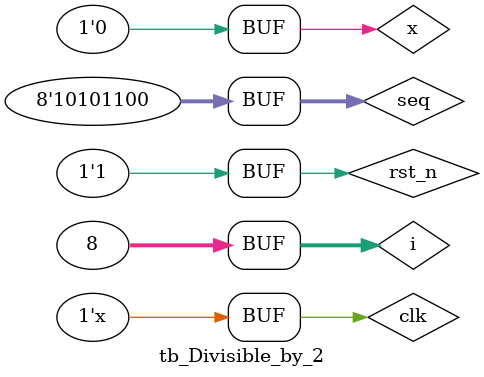
<source format=sv>
module sim;

    initial begin
        $dumpfile("dump.vcd");
        $dumpvars;
        #100
        $finish;
    end

endmodule

module tb_Divisible_by_2;

    reg x, rst_n, clk;
    reg [0:7] seq = 'b10101100;
    wire y;
    integer i;

    Divisible_by_2 ins(.x(x), .rst_n(rst_n), .clk(clk), .y(y));

    always #4 clk = ~clk;

    initial begin
        clk = 1'b0;
        rst_n = 1'b1;
        x = 1'b0;
        #6
        rst_n = 1'b0;
        #2
        rst_n = 1'b1;

        for (i = 0; i < 8; i++)
            #8
            x = seq[i];
    end

endmodule

</source>
